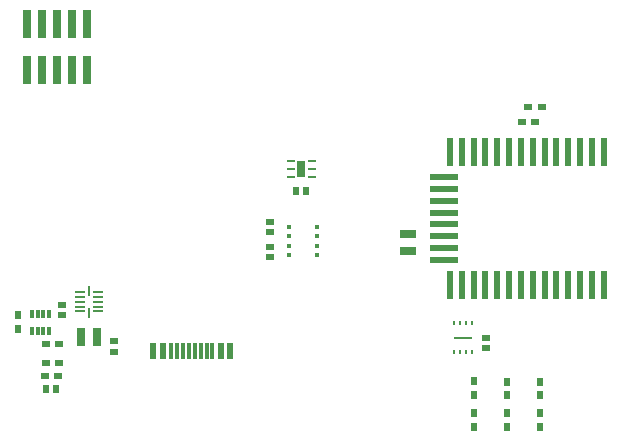
<source format=gbr>
%TF.GenerationSoftware,Altium Limited,Altium Designer,23.6.0 (18)*%
G04 Layer_Color=8421504*
%FSLAX45Y45*%
%MOMM*%
%TF.SameCoordinates,DCE0C1D5-9975-4D98-BEBD-45AE40CD8FD9*%
%TF.FilePolarity,Positive*%
%TF.FileFunction,Paste,Top*%
%TF.Part,Single*%
G01*
G75*
%TA.AperFunction,SMDPad,CuDef*%
%ADD10R,0.60000X0.75000*%
%ADD11R,0.60000X0.64000*%
%ADD12R,0.64000X0.60000*%
%ADD13R,0.75000X0.60000*%
%ADD14R,0.20320X0.86360*%
%ADD15R,0.86360X0.20320*%
%ADD16R,0.65000X1.60000*%
%ADD17R,0.30000X0.67000*%
%ADD18R,0.60960X1.44780*%
%ADD19R,0.30480X1.44780*%
%ADD20R,1.60000X0.20000*%
%ADD21R,0.25000X0.30000*%
%ADD22R,0.60000X2.40000*%
%TA.AperFunction,SMDPad,SMDef*%
%ADD23R,0.65000X1.45000*%
%ADD24R,0.70000X0.27000*%
%TA.AperFunction,BGAPad,CuDef*%
%ADD25R,0.40000X0.40000*%
%TA.AperFunction,SMDPad,CuDef*%
%ADD26R,1.40000X0.75000*%
%ADD27R,2.40000X0.60000*%
%ADD28R,0.75000X2.40000*%
D10*
X2799080Y3636360D02*
D03*
Y3521360D02*
D03*
X6654800Y2807400D02*
D03*
Y2692400D02*
D03*
Y2962560D02*
D03*
Y3077560D02*
D03*
X6934200Y2806700D02*
D03*
Y2691700D02*
D03*
Y2960020D02*
D03*
Y3075020D02*
D03*
X7213600Y2807400D02*
D03*
Y2692400D02*
D03*
Y2961640D02*
D03*
Y3076640D02*
D03*
D11*
X3120760Y3012440D02*
D03*
X3032760D02*
D03*
X5150300Y4686300D02*
D03*
X5238300D02*
D03*
D12*
X6758940Y3447600D02*
D03*
Y3359600D02*
D03*
X3606800Y3329120D02*
D03*
Y3417120D02*
D03*
X3164840Y3636460D02*
D03*
Y3724460D02*
D03*
X4927600Y4431400D02*
D03*
Y4343400D02*
D03*
Y4216400D02*
D03*
Y4128400D02*
D03*
D13*
X3146140Y3390900D02*
D03*
X3031140D02*
D03*
X3146140Y3237185D02*
D03*
X3135980Y3126740D02*
D03*
X3031140Y3237185D02*
D03*
X3020980Y3126740D02*
D03*
X7060500Y5270500D02*
D03*
X7175500D02*
D03*
X7118000Y5397500D02*
D03*
X7233000D02*
D03*
D14*
X3398520Y3844290D02*
D03*
Y3658870D02*
D03*
D15*
X3475990Y3831580D02*
D03*
Y3791580D02*
D03*
Y3751580D02*
D03*
Y3711580D02*
D03*
Y3671580D02*
D03*
X3321050D02*
D03*
Y3711580D02*
D03*
Y3751580D02*
D03*
Y3791580D02*
D03*
Y3831580D02*
D03*
D16*
X3333560Y3454400D02*
D03*
X3468560D02*
D03*
D17*
X3061565Y3649188D02*
D03*
X3011565D02*
D03*
X2961565D02*
D03*
X2911565D02*
D03*
Y3501187D02*
D03*
X2961565D02*
D03*
X3011565D02*
D03*
X3061565D02*
D03*
D18*
X3942741Y3334840D02*
D03*
X4022766D02*
D03*
X4512754D02*
D03*
X4592779D02*
D03*
D19*
X4192741D02*
D03*
X4242754D02*
D03*
X4292766D02*
D03*
X4342779D02*
D03*
X4092741D02*
D03*
X4142754D02*
D03*
X4442779D02*
D03*
X4392766D02*
D03*
D20*
X6564283Y3449680D02*
D03*
D21*
X6639283Y3329680D02*
D03*
X6589283D02*
D03*
X6539283D02*
D03*
X6489283D02*
D03*
Y3569680D02*
D03*
X6539283D02*
D03*
X6589283D02*
D03*
X6639283D02*
D03*
D22*
X6553900Y3892700D02*
D03*
X6753900D02*
D03*
X6853900D02*
D03*
X6653900D02*
D03*
X7653900Y5022700D02*
D03*
X7753900Y3892700D02*
D03*
X7653900D02*
D03*
X7553900D02*
D03*
X7453900D02*
D03*
X7353900D02*
D03*
X7253900D02*
D03*
X7153900D02*
D03*
X7053900D02*
D03*
X6953900D02*
D03*
X6453900D02*
D03*
Y5022700D02*
D03*
X6553900D02*
D03*
X6653900D02*
D03*
X6753900D02*
D03*
X6853900D02*
D03*
X6953900D02*
D03*
X7053900D02*
D03*
X7153900D02*
D03*
X7253900D02*
D03*
X7353900D02*
D03*
X7453900D02*
D03*
X7553900D02*
D03*
X7753900D02*
D03*
D23*
X5194300Y4876800D02*
D03*
D24*
X5283300Y4941800D02*
D03*
Y4876800D02*
D03*
Y4811800D02*
D03*
X5105300D02*
D03*
Y4876800D02*
D03*
Y4941800D02*
D03*
D25*
X5327000Y4387200D02*
D03*
Y4307200D02*
D03*
Y4227200D02*
D03*
Y4147200D02*
D03*
X5087000D02*
D03*
Y4227200D02*
D03*
Y4307200D02*
D03*
Y4387200D02*
D03*
D26*
X6096000Y4182000D02*
D03*
Y4327000D02*
D03*
D27*
X6403900Y4107700D02*
D03*
Y4207700D02*
D03*
Y4307700D02*
D03*
Y4407700D02*
D03*
Y4507700D02*
D03*
Y4607700D02*
D03*
Y4707700D02*
D03*
Y4807700D02*
D03*
D28*
X2870200Y5710500D02*
D03*
X2997200D02*
D03*
X3124200D02*
D03*
X3251200D02*
D03*
X3378200D02*
D03*
X2870200Y6100500D02*
D03*
X2997200D02*
D03*
X3124200D02*
D03*
X3251200D02*
D03*
X3378200D02*
D03*
%TF.MD5,8ce20a746b4492f4e561a2672dee0677*%
M02*

</source>
